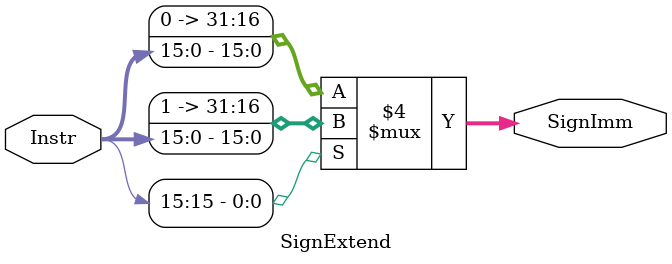
<source format=v>
module SignExtend (
input wire [15:0]    Instr ,
output reg [31:0]    SignImm
);

always @(*)
    begin 
        if (Instr[15]==0)
            begin 
                SignImm={16'h0000,Instr};
            end
        else 
            begin 
                SignImm={16'hffff,Instr};
            end
    end

endmodule 

</source>
